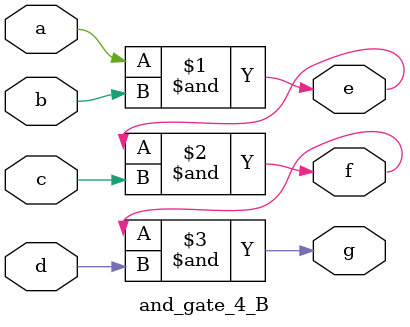
<source format=v>
`timescale 1ns / 1ps

module and_gate_4_B(a, b, c, d, e, f, g);
    input a, b, c, d;
    output e, f, g;

    assign e = a&b;
    assign f = e&c;
    assign g = f&d;
endmodule

</source>
